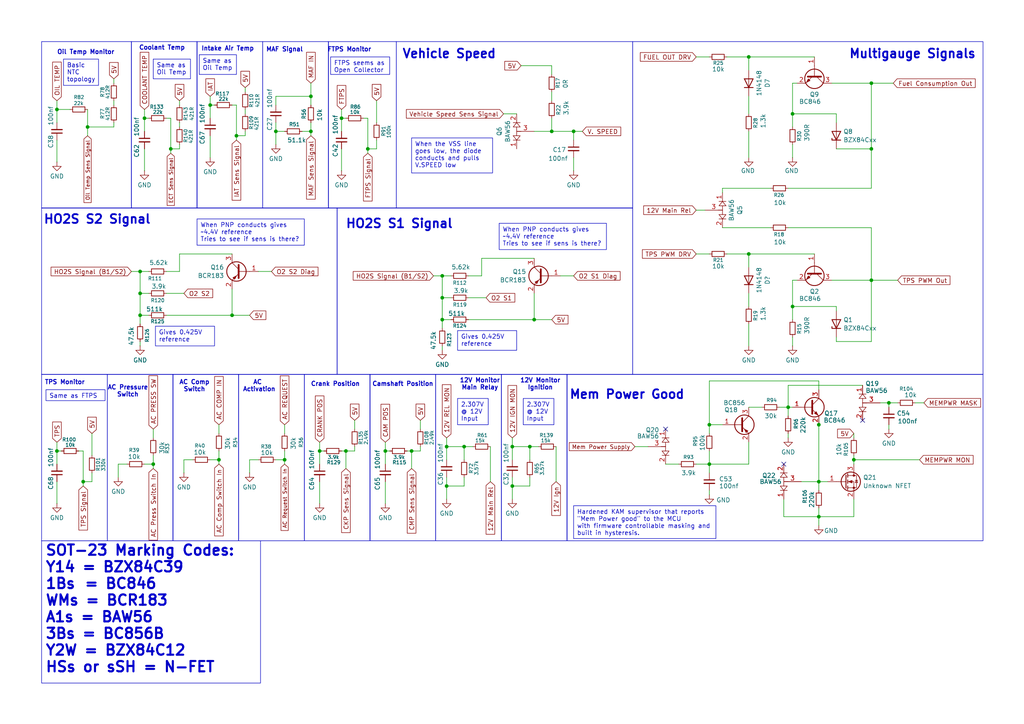
<source format=kicad_sch>
(kicad_sch (version 20250114) (generator "eeschema") (generator_version "9.0")
  (paper "A4")
  (title_block (title "SMIK43 5WY19 Rev. Eng") (date "2025-10-28") (rev "1.0"))
  (lib_symbols
    (symbol "Device:C_Small" (pin_numbers (hide yes)) (pin_names (offset 0.254) (hide yes))
      (property "Reference" "C" (at 0.254 1.778 0))
      (property "Value" "C_Small" (at 0.254 -2.032 0))
      (symbol "C_Small_1_1"
        (pin passive line (at 0 2.54 270) (length 2.032) (name "~") (number "1"))
        (pin passive line (at 0 -2.54 90) (length 2.032) (name "~") (number "2"))
      )
    )
    (symbol "Device:R_Small" (pin_numbers (hide yes)) (pin_names (offset 0.254) (hide yes))
      (property "Reference" "R" (at 0 0 90))
      (property "Value" "R_Small" (at 1.778 0 90))
      (symbol "R_Small_1_1"
        (pin passive line (at 0 2.54 270) (length 0.762) (name "~") (number "1"))
        (pin passive line (at 0 -2.54 90) (length 0.762) (name "~") (number "2"))
      )
    )
    (symbol "Diode:1N4148" (pin_numbers (hide yes)) (pin_names (hide yes))
      (property "Reference" "D" (at 0 2.54 0))
      (property "Value" "1N4148" (at 0 -2.54 0))
      (symbol "1N4148_1_1"
        (pin passive line (at -3.81 0 0) (length 2.54) (name "K") (number "1"))
        (pin passive line (at 3.81 0 180) (length 2.54) (name "A") (number "2"))
      )
    )
    (symbol "Diode:BZX84Cxx" (pin_numbers (hide yes)) (pin_names (hide yes))
      (property "Reference" "D" (at 0 3.81 0))
      (property "Value" "BZX84Cxx" (at 0 -3.81 0))
      (symbol "BZX84Cxx_1_1"
        (pin passive line (at -3.81 0 0) (length 2.54) (name "K") (number "3"))
        (pin no_connect line (at 1.27 0 180) (length 2.54) (hide yes) (name "NC") (number "2"))
        (pin passive line (at 3.81 0 180) (length 2.54) (name "A") (number "1"))
      )
    )
    (symbol "SIMK43:BAW56"
      (property "Reference" "D" (at 4.318 -2.286 0))
      (symbol "BAW56_1_1"
        (pin bidirectional line (at -3.81 0 0) (length 5.08) (name "") (number "3"))
        (pin bidirectional line (at 1.27 5.08 270) (length 2.54) (name "") (number "2"))
        (pin bidirectional line (at 1.27 -5.08 90) (length 2.54) (name "") (number "1"))
      )
    )
    (symbol "Transistor_BJT:BC807" (pin_names (offset 0) (hide yes))
      (property "Reference" "Q" (at 5.08 1.905 0))
      (property "Value" "BC807" (at 5.08 0 0))
      (symbol "BC807_1_1"
        (pin input line (at -5.08 0 0) (length 2.54) (name "B") (number "1"))
        (pin passive line (at 2.54 5.08 270) (length 2.54) (name "C") (number "3"))
        (pin passive line (at 2.54 -5.08 90) (length 2.54) (name "E") (number "2"))
      )
    )
    (symbol "Transistor_BJT:BC846" (pin_names (offset 0) (hide yes))
      (property "Reference" "Q" (at 5.08 1.905 0))
      (property "Value" "BC846" (at 5.08 0 0))
      (symbol "BC846_1_1"
        (pin input line (at -5.08 0 0) (length 2.54) (name "B") (number "1"))
        (pin passive line (at 2.54 5.08 270) (length 2.54) (name "C") (number "3"))
        (pin passive line (at 2.54 -5.08 90) (length 2.54) (name "E") (number "2"))
      )
    )
    (symbol "Transistor_BJT:BC856" (pin_names (offset 0) (hide yes))
      (property "Reference" "Q" (at 5.08 1.905 0))
      (property "Value" "BC856" (at 5.08 0 0))
      (symbol "BC856_1_1"
        (pin input line (at -5.08 0 0) (length 2.54) (name "B") (number "1"))
        (pin passive line (at 2.54 5.08 270) (length 2.54) (name "C") (number "3"))
        (pin passive line (at 2.54 -5.08 90) (length 2.54) (name "E") (number "2"))
      )
    )
    (symbol "Transistor_FET:2N7002" (pin_names (offset 0) (hide yes))
      (property "Reference" "Q" (at 5.08 1.905 0))
      (property "Value" "2N7002" (at 5.08 0 0))
      (symbol "2N7002_1_1"
        (pin input line (at -5.08 0 0) (length 2.54) (name "G") (number "1"))
        (pin passive line (at 2.54 5.08 270) (length 2.54) (name "D") (number "3"))
        (pin passive line (at 2.54 -5.08 90) (length 2.54) (name "S") (number "2"))
      )
    )
    (symbol "power:GND" (power) (pin_numbers (hide yes)) (pin_names (offset 0) (hide yes))
      (property "Value" "GND" (at 0 -3.81 0))
      (symbol "GND_1_1"
        (pin power_in line (at 0 0 270) (length 0) (name "~") (number "1"))
      )
    )
  )
  (rectangle (start 88.265 108.585) (end 107.315 156.845))
  (rectangle (start 114.935 12.065) (end 183.515 60.325))
  (rectangle (start 12.065 60.325) (end 97.79 108.585))
  (rectangle (start 164.465 108.585) (end 285.115 156.845))
  (rectangle (start 38.1 12.065) (end 57.15 60.325))
  (rectangle (start 95.25 12.065) (end 114.935 60.325))
  (rectangle (start 57.15 12.065) (end 76.2 60.325))
  (rectangle (start 76.2 12.065) (end 95.25 60.325))
  (rectangle (start 50.165 108.585) (end 69.215 156.845))
  (rectangle (start 145.415 108.585) (end 164.465 156.845))
  (rectangle (start 97.79 60.325) (end 183.515 108.585))
  (rectangle (start 12.065 108.585) (end 31.115 156.845))
  (rectangle (start 107.315 108.585) (end 126.365 156.845))
  (rectangle (start 31.115 108.585) (end 50.165 156.845))
  (rectangle (start 126.365 108.585) (end 145.415 156.845))
  (rectangle (start 69.215 108.585) (end 88.265 156.845))
  (rectangle (start 183.515 12.065) (end 285.115 108.585))
  (rectangle (start 12.065 12.065) (end 38.1 60.325))
  (text "Multigauge Signals" (at 264.668 15.748 0) (effects (font (size 2.54 2.54) (thickness 0.508) (bold yes))))
  (text "12V Monitor\nMain Relay" (at 139.192 111.506 0) (effects (font (size 1.27 1.27) (thickness 0.254) (bold yes))))
  (text "Crank Position" (at 97.282 111.506 0) (effects (font (size 1.27 1.27) (thickness 0.254) (bold yes))))
  (text "Mem Power Good" (at 181.864 114.554 0) (effects (font (size 2.54 2.54) (thickness 0.508) (bold yes))))
  (text "12V Monitor\nIgnition" (at 156.718 111.506 0) (effects (font (size 1.27 1.27) (thickness 0.254) (bold yes))))
  (text "TPS Monitor" (at 18.796 110.998 0) (effects (font (size 1.27 1.27) (thickness 0.254) (bold yes))))
  (text "FTPS Monitor" (at 101.346 14.478 0) (effects (font (size 1.27 1.27) (thickness 0.254) (bold yes))))
  (text "Coolant Temp" (at 46.99 13.97 0) (effects (font (size 1.27 1.27) (thickness 0.254) (bold yes))))
  (text "AC Comp\nSwitch" (at 56.388 112.014 0) (effects (font (size 1.27 1.27) (thickness 0.254) (bold yes))))
  (text "AC \nActivation" (at 75.184 112.014 0) (effects (font (size 1.27 1.27) (thickness 0.254) (bold yes))))
  (text "Camshaft Position" (at 116.84 111.506 0) (effects (font (size 1.27 1.27) (thickness 0.254) (bold yes))))
  (text "Vehicle Speed" (at 130.302 15.748 0) (effects (font (size 2.54 2.54) (thickness 0.508) (bold yes))))
  (text "Oil Temp Monitor" (at 24.892 15.24 0) (effects (font (size 1.27 1.27) (thickness 0.254) (bold yes))))
  (text "Intake Air Temp\n" (at 66.04 14.224 0) (effects (font (size 1.27 1.27) (thickness 0.254) (bold yes))))
  (text "AC Pressure\nSwitch" (at 37.084 113.538 0) (effects (font (size 1.27 1.27) (thickness 0.254) (bold yes))))
  (text "HO2S S1 Signal" (at 115.824 65.024 0) (effects (font (size 2.54 2.54) (thickness 0.508) (bold yes))))
  (text "HO2S S2 Signal" (at 28.194 63.754 0) (effects (font (size 2.54 2.54) (thickness 0.508) (bold yes))))
  (text "MAF Signal" (at 82.55 14.478 0) (effects (font (size 1.27 1.27) (thickness 0.254) (bold yes))))
  (text_box "SOT-23 Marking Codes:\nY14 = BZX84C39\n1Bs	= BC846\nWMs = BCR183\nA1s = BAW56\n3Bs = BC856B\nY2W = BZX84C12\nHSs or sSH = N-FET" (at 12.065 156.845 0) (size 63.5 41.275) (margins 0.9525 0.9525 0.9525 0.9525) (effects (font (size 3 3) (thickness 0.6) (bold yes)) (justify left top)))
  (text_box "When PNP conducts gives ~4.4V reference\nTries to see if sens is there?" (at 57.15 63.5 0) (size 31.115 7.62) (margins 0.9525 0.9525 0.9525 0.9525) (effects (font (size 1.27 1.27)) (justify left top)))
  (text_box "Same as FTPS" (at 13.335 113.03 0) (size 17.145 3.175) (margins 0.9525 0.9525 0.9525 0.9525) (effects (font (size 1.27 1.27)) (justify left top)))
  (text_box "Gives 0.425V reference" (at 45.085 94.615 0) (size 17.145 5.715) (margins 0.9525 0.9525 0.9525 0.9525) (effects (font (size 1.27 1.27)) (justify left top)))
  (text_box "2.307V @ 12V Input" (at 132.715 115.57 0) (size 8.89 7.62) (margins 0.9525 0.9525 0.9525 0.9525) (effects (font (size 1.27 1.27)) (justify left top)))
  (text_box "Hardened KAM supervisor that reports \"Mem Power good\" to the MCU \nwith firmware controllable masking and built in hysteresis." (at 166.37 146.685 0) (size 41.275 9.525) (margins 0.9525 0.9525 0.9525 0.9525) (effects (font (size 1.27 1.27)) (justify left top)))
  (text_box "Same as\nOil Temp" (at 44.45 17.145 0) (size 10.795 5.715) (margins 0.9525 0.9525 0.9525 0.9525) (effects (font (size 1.27 1.27) (thickness 0.1588)) (justify left top)))
  (text_box "FTPS seems as  Open Collector" (at 95.885 16.51 0) (size 17.145 5.08) (margins 0.9525 0.9525 0.9525 0.9525) (effects (font (size 1.27 1.27)) (justify left top)))
  (text_box "Same as\nOil Temp" (at 57.785 15.875 0) (size 10.795 5.715) (margins 0.9525 0.9525 0.9525 0.9525) (effects (font (size 1.27 1.27) (thickness 0.1588)) (justify left top)))
  (text_box "2.307V @ 12V Input" (at 151.765 115.57 0) (size 8.89 7.62) (margins 0.9525 0.9525 0.9525 0.9525) (effects (font (size 1.27 1.27)) (justify left top)))
  (text_box "Gives 0.425V reference" (at 132.715 95.885 0) (size 17.145 5.715) (margins 0.9525 0.9525 0.9525 0.9525) (effects (font (size 1.27 1.27)) (justify left top)))
  (text_box "When the VSS line goes low, the diode conducts and pulls V.SPEED low" (at 119.38 40.005 0) (size 23.495 10.16) (margins 0.9525 0.9525 0.9525 0.9525) (effects (font (size 1.27 1.27)) (justify left top)))
  (text_box "When PNP conducts gives ~4.4V reference\nTries to see if sens is there?" (at 144.78 64.77 0) (size 31.115 7.62) (margins 0.9525 0.9525 0.9525 0.9525) (effects (font (size 1.27 1.27)) (justify left top)))
  (text_box "Basic NTC\ntopology" (at 18.415 17.145 0) (size 10.16 7.62) (margins 0.9525 0.9525 0.9525 0.9525) (effects (font (size 1.27 1.27) (thickness 0.1588)) (justify left top)))
  (junction (at 237.49 123.19))
  (junction (at 153.67 129.54))
  (junction (at 128.27 86.36))
  (junction (at 82.55 133.35))
  (junction (at 160.02 38.1))
  (junction (at 237.49 139.7))
  (junction (at 252.73 81.28))
  (junction (at 129.54 140.97))
  (junction (at 119.38 130.81))
  (junction (at 60.96 30.48))
  (junction (at 40.64 85.09))
  (junction (at 217.17 73.66))
  (junction (at 257.81 116.84))
  (junction (at 148.59 129.54))
  (junction (at 252.73 43.18))
  (junction (at 68.58 39.37))
  (junction (at 229.87 88.9))
  (junction (at 80.01 38.1))
  (junction (at 16.51 130.81))
  (junction (at 92.71 130.81))
  (junction (at 247.65 133.35))
  (junction (at 99.06 34.29))
  (junction (at 217.17 16.51))
  (junction (at 41.91 34.29))
  (junction (at 111.76 130.81))
  (junction (at 90.17 38.1))
  (junction (at 16.51 31.75))
  (junction (at 166.37 38.1))
  (junction (at 205.74 134.62))
  (junction (at 237.49 149.86))
  (junction (at 229.87 33.02))
  (junction (at 24.13 139.7))
  (junction (at 128.27 80.01))
  (junction (at 148.59 140.97))
  (junction (at 40.64 91.44))
  (junction (at 25.4 36.83))
  (junction (at 134.62 129.54))
  (junction (at 63.5 133.35))
  (junction (at 40.64 78.74))
  (junction (at 106.68 43.18))
  (junction (at 100.33 130.81))
  (junction (at 90.17 27.94))
  (junction (at 228.6 118.11))
  (junction (at 128.27 92.71))
  (junction (at 44.45 134.62))
  (junction (at 205.74 123.19))
  (junction (at 49.53 43.18))
  (junction (at 154.94 92.71))
  (junction (at 252.73 24.13))
  (junction (at 67.31 91.44))
  (junction (at 129.54 129.54))
  (no_connect (at 227.33 134.62))
  (no_connect (at 193.04 124.46))
  (no_connect (at 250.19 121.92))
  (wire (pts (xy 111.76 130.81) (xy 111.76 134.62)))
  (wire (pts (xy 228.6 66.04) (xy 252.73 66.04)))
  (wire (pts (xy 105.41 34.29) (xy 106.68 34.29)))
  (wire (pts (xy 26.67 125.73) (xy 26.67 132.08)))
  (wire (pts (xy 153.67 129.54) (xy 153.67 133.35)))
  (wire (pts (xy 160.02 34.29) (xy 160.02 38.1)))
  (wire (pts (xy 135.89 80.01) (xy 139.7 80.01)))
  (wire (pts (xy 92.71 139.7) (xy 92.71 146.05)))
  (wire (pts (xy 151.13 19.05) (xy 160.02 19.05)))
  (wire (pts (xy 49.53 43.18) (xy 49.53 44.45)))
  (wire (pts (xy 22.86 130.81) (xy 24.13 130.81)))
  (wire (pts (xy 41.91 43.18) (xy 41.91 49.53)))
  (wire (pts (xy 99.06 130.81) (xy 100.33 130.81)))
  (wire (pts (xy 63.5 130.81) (xy 63.5 133.35)))
  (wire (pts (xy 242.57 33.02) (xy 242.57 35.56)))
  (wire (pts (xy 237.49 139.7) (xy 237.49 142.24)))
  (wire (pts (xy 60.96 39.37) (xy 60.96 45.72)))
  (wire (pts (xy 237.49 149.86) (xy 227.33 149.86)))
  (wire (pts (xy 82.55 123.19) (xy 82.55 125.73)))
  (wire (pts (xy 100.33 130.81) (xy 100.33 135.89)))
  (wire (pts (xy 129.54 127) (xy 129.54 129.54)))
  (wire (pts (xy 44.45 124.46) (xy 44.45 127)))
  (wire (pts (xy 80.01 38.1) (xy 82.55 38.1)))
  (wire (pts (xy 205.74 125.73) (xy 205.74 123.19)))
  (wire (pts (xy 48.26 78.74) (xy 52.07 78.74)))
  (wire (pts (xy 34.29 134.62) (xy 36.83 134.62)))
  (wire (pts (xy 247.65 149.86) (xy 237.49 149.86)))
  (wire (pts (xy 128.27 86.36) (xy 128.27 92.71)))
  (wire (pts (xy 24.13 130.81) (xy 24.13 139.7)))
  (wire (pts (xy 217.17 93.98) (xy 217.17 100.33)))
  (wire (pts (xy 217.17 16.51) (xy 236.22 16.51)))
  (wire (pts (xy 184.15 129.54) (xy 187.96 129.54)))
  (wire (pts (xy 134.62 129.54) (xy 134.62 133.35)))
  (wire (pts (xy 72.39 133.35) (xy 72.39 137.16)))
  (wire (pts (xy 102.87 121.92) (xy 102.87 124.46)))
  (wire (pts (xy 90.17 27.94) (xy 90.17 30.48)))
  (wire (pts (xy 74.93 78.74) (xy 78.74 78.74)))
  (wire (pts (xy 193.04 134.62) (xy 196.85 134.62)))
  (wire (pts (xy 106.68 34.29) (xy 106.68 43.18)))
  (wire (pts (xy 52.07 43.18) (xy 49.53 43.18)))
  (wire (pts (xy 247.65 133.35) (xy 266.7 133.35)))
  (wire (pts (xy 241.3 81.28) (xy 252.73 81.28)))
  (wire (pts (xy 229.87 88.9) (xy 242.57 88.9)))
  (wire (pts (xy 130.81 80.01) (xy 128.27 80.01)))
  (wire (pts (xy 121.92 121.92) (xy 121.92 124.46)))
  (wire (pts (xy 33.02 29.21) (xy 33.02 30.48)))
  (wire (pts (xy 41.91 31.75) (xy 41.91 34.29)))
  (wire (pts (xy 40.64 85.09) (xy 43.18 85.09)))
  (wire (pts (xy 111.76 128.27) (xy 111.76 130.81)))
  (wire (pts (xy 92.71 130.81) (xy 92.71 134.62)))
  (wire (pts (xy 82.55 133.35) (xy 82.55 134.62)))
  (wire (pts (xy 16.51 31.75) (xy 20.32 31.75)))
  (wire (pts (xy 40.64 78.74) (xy 40.64 85.09)))
  (wire (pts (xy 153.67 129.54) (xy 148.59 129.54)))
  (wire (pts (xy 71.12 25.4) (xy 71.12 26.67)))
  (wire (pts (xy 217.17 134.62) (xy 205.74 134.62)))
  (wire (pts (xy 237.49 123.19) (xy 237.49 139.7)))
  (wire (pts (xy 217.17 16.51) (xy 217.17 20.32)))
  (wire (pts (xy 111.76 139.7) (xy 111.76 146.05)))
  (wire (pts (xy 231.14 81.28) (xy 229.87 81.28)))
  (wire (pts (xy 201.93 134.62) (xy 205.74 134.62)))
  (wire (pts (xy 128.27 92.71) (xy 128.27 95.25)))
  (wire (pts (xy 128.27 86.36) (xy 130.81 86.36)))
  (wire (pts (xy 252.73 66.04) (xy 252.73 81.28)))
  (wire (pts (xy 229.87 24.13) (xy 229.87 33.02)))
  (wire (pts (xy 40.64 99.06) (xy 40.64 100.33)))
  (wire (pts (xy 223.52 54.61) (xy 209.55 54.61)))
  (wire (pts (xy 205.74 142.24) (xy 205.74 143.51)))
  (wire (pts (xy 149.86 33.02) (xy 146.05 33.02)))
  (wire (pts (xy 71.12 39.37) (xy 68.58 39.37)))
  (wire (pts (xy 16.51 128.27) (xy 16.51 130.81)))
  (wire (pts (xy 242.57 99.06) (xy 252.73 99.06)))
  (wire (pts (xy 111.76 130.81) (xy 113.03 130.81)))
  (wire (pts (xy 166.37 38.1) (xy 168.91 38.1)))
  (wire (pts (xy 247.65 133.35) (xy 247.65 134.62)))
  (wire (pts (xy 201.93 73.66) (xy 205.74 73.66)))
  (wire (pts (xy 49.53 34.29) (xy 49.53 43.18)))
  (wire (pts (xy 229.87 33.02) (xy 229.87 36.83)))
  (wire (pts (xy 242.57 88.9) (xy 242.57 90.17)))
  (wire (pts (xy 41.91 34.29) (xy 41.91 38.1)))
  (wire (pts (xy 252.73 24.13) (xy 252.73 43.18)))
  (wire (pts (xy 220.98 118.11) (xy 217.17 118.11)))
  (wire (pts (xy 257.81 116.84) (xy 260.35 116.84)))
  (wire (pts (xy 52.07 73.66) (xy 67.31 73.66)))
  (wire (pts (xy 82.55 130.81) (xy 82.55 133.35)))
  (wire (pts (xy 217.17 27.94) (xy 217.17 33.02)))
  (wire (pts (xy 265.43 116.84) (xy 267.97 116.84)))
  (wire (pts (xy 205.74 137.16) (xy 205.74 134.62)))
  (wire (pts (xy 237.49 147.32) (xy 237.49 149.86)))
  (wire (pts (xy 80.01 27.94) (xy 80.01 30.48)))
  (wire (pts (xy 38.1 78.74) (xy 40.64 78.74)))
  (wire (pts (xy 67.31 91.44) (xy 72.39 91.44)))
  (wire (pts (xy 223.52 66.04) (xy 209.55 66.04)))
  (wire (pts (xy 160.02 38.1) (xy 166.37 38.1)))
  (wire (pts (xy 242.57 99.06) (xy 242.57 97.79)))
  (wire (pts (xy 121.92 130.81) (xy 119.38 130.81)))
  (wire (pts (xy 90.17 27.94) (xy 80.01 27.94)))
  (wire (pts (xy 109.22 40.64) (xy 109.22 43.18)))
  (wire (pts (xy 229.87 97.79) (xy 229.87 100.33)))
  (wire (pts (xy 139.7 74.93) (xy 154.94 74.93)))
  (wire (pts (xy 92.71 128.27) (xy 92.71 130.81)))
  (wire (pts (xy 153.67 140.97) (xy 153.67 138.43)))
  (wire (pts (xy 25.4 36.83) (xy 25.4 31.75)))
  (wire (pts (xy 247.65 125.73) (xy 247.65 127)))
  (wire (pts (xy 229.87 88.9) (xy 229.87 92.71)))
  (wire (pts (xy 210.82 73.66) (xy 217.17 73.66)))
  (wire (pts (xy 247.65 144.78) (xy 247.65 149.86)))
  (wire (pts (xy 166.37 38.1) (xy 166.37 40.64)))
  (wire (pts (xy 201.93 16.51) (xy 205.74 16.51)))
  (wire (pts (xy 52.07 35.56) (xy 52.07 36.83)))
  (wire (pts (xy 255.27 116.84) (xy 257.81 116.84)))
  (wire (pts (xy 80.01 35.56) (xy 80.01 38.1)))
  (wire (pts (xy 48.26 91.44) (xy 67.31 91.44)))
  (wire (pts (xy 242.57 43.18) (xy 252.73 43.18)))
  (wire (pts (xy 71.12 31.75) (xy 71.12 33.02)))
  (wire (pts (xy 102.87 130.81) (xy 100.33 130.81)))
  (wire (pts (xy 227.33 149.86) (xy 227.33 144.78)))
  (wire (pts (xy 247.65 132.08) (xy 247.65 133.35)))
  (wire (pts (xy 257.81 116.84) (xy 257.81 118.11)))
  (wire (pts (xy 41.91 34.29) (xy 43.18 34.29)))
  (wire (pts (xy 44.45 132.08) (xy 44.45 134.62)))
  (wire (pts (xy 63.5 123.19) (xy 63.5 125.73)))
  (wire (pts (xy 90.17 35.56) (xy 90.17 38.1)))
  (wire (pts (xy 205.74 110.49) (xy 205.74 123.19)))
  (wire (pts (xy 237.49 113.03) (xy 237.49 110.49)))
  (wire (pts (xy 134.62 129.54) (xy 137.16 129.54)))
  (wire (pts (xy 99.06 43.18) (xy 99.06 49.53)))
  (wire (pts (xy 99.06 31.75) (xy 99.06 34.29)))
  (wire (pts (xy 205.74 130.81) (xy 205.74 134.62)))
  (wire (pts (xy 240.03 139.7) (xy 237.49 139.7)))
  (wire (pts (xy 148.59 127) (xy 148.59 129.54)))
  (wire (pts (xy 26.67 137.16) (xy 26.67 139.7)))
  (wire (pts (xy 99.06 34.29) (xy 99.06 38.1)))
  (wire (pts (xy 250.19 111.76) (xy 228.6 111.76)))
  (wire (pts (xy 142.24 139.7) (xy 142.24 129.54)))
  (wire (pts (xy 217.17 73.66) (xy 217.17 77.47)))
  (wire (pts (xy 154.94 92.71) (xy 160.02 92.71)))
  (wire (pts (xy 210.82 16.51) (xy 217.17 16.51)))
  (wire (pts (xy 67.31 83.82) (xy 67.31 91.44)))
  (wire (pts (xy 229.87 33.02) (xy 242.57 33.02)))
  (wire (pts (xy 53.34 133.35) (xy 53.34 137.16)))
  (wire (pts (xy 252.73 54.61) (xy 252.73 43.18)))
  (wire (pts (xy 68.58 30.48) (xy 68.58 39.37)))
  (wire (pts (xy 166.37 45.72) (xy 166.37 49.53)))
  (wire (pts (xy 67.31 30.48) (xy 68.58 30.48)))
  (wire (pts (xy 228.6 118.11) (xy 228.6 120.65)))
  (wire (pts (xy 33.02 22.86) (xy 33.02 24.13)))
  (wire (pts (xy 205.74 110.49) (xy 237.49 110.49)))
  (wire (pts (xy 121.92 129.54) (xy 121.92 130.81)))
  (wire (pts (xy 148.59 140.97) (xy 153.67 140.97)))
  (wire (pts (xy 160.02 26.67) (xy 160.02 29.21)))
  (wire (pts (xy 205.74 123.19) (xy 209.55 123.19)))
  (wire (pts (xy 252.73 24.13) (xy 259.08 24.13)))
  (wire (pts (xy 228.6 111.76) (xy 228.6 118.11)))
  (wire (pts (xy 153.67 129.54) (xy 156.21 129.54)))
  (wire (pts (xy 16.51 31.75) (xy 16.51 35.56)))
  (wire (pts (xy 128.27 100.33) (xy 128.27 101.6)))
  (wire (pts (xy 102.87 129.54) (xy 102.87 130.81)))
  (wire (pts (xy 90.17 24.13) (xy 90.17 27.94)))
  (wire (pts (xy 161.29 139.7) (xy 161.29 129.54)))
  (wire (pts (xy 68.58 39.37) (xy 68.58 40.64)))
  (wire (pts (xy 71.12 38.1) (xy 71.12 39.37)))
  (wire (pts (xy 48.26 34.29) (xy 49.53 34.29)))
  (wire (pts (xy 16.51 29.21) (xy 16.51 31.75)))
  (wire (pts (xy 16.51 130.81) (xy 17.78 130.81)))
  (wire (pts (xy 44.45 134.62) (xy 44.45 135.89)))
  (wire (pts (xy 25.4 36.83) (xy 25.4 39.37)))
  (wire (pts (xy 148.59 140.97) (xy 148.59 144.78)))
  (wire (pts (xy 119.38 130.81) (xy 119.38 135.89)))
  (wire (pts (xy 154.94 85.09) (xy 154.94 92.71)))
  (wire (pts (xy 34.29 134.62) (xy 34.29 138.43)))
  (wire (pts (xy 60.96 30.48) (xy 60.96 34.29)))
  (wire (pts (xy 257.81 123.19) (xy 257.81 124.46)))
  (wire (pts (xy 99.06 34.29) (xy 100.33 34.29)))
  (wire (pts (xy 232.41 139.7) (xy 237.49 139.7)))
  (wire (pts (xy 16.51 139.7) (xy 16.51 146.05)))
  (wire (pts (xy 217.17 85.09) (xy 217.17 88.9)))
  (wire (pts (xy 52.07 29.21) (xy 52.07 30.48)))
  (wire (pts (xy 228.6 125.73) (xy 228.6 127)))
  (wire (pts (xy 228.6 54.61) (xy 252.73 54.61)))
  (wire (pts (xy 48.26 85.09) (xy 53.34 85.09)))
  (wire (pts (xy 154.94 38.1) (xy 160.02 38.1)))
  (wire (pts (xy 129.54 140.97) (xy 134.62 140.97)))
  (wire (pts (xy 160.02 21.59) (xy 160.02 19.05)))
  (wire (pts (xy 129.54 129.54) (xy 129.54 133.35)))
  (wire (pts (xy 26.67 139.7) (xy 24.13 139.7)))
  (wire (pts (xy 52.07 78.74) (xy 52.07 73.66)))
  (wire (pts (xy 40.64 85.09) (xy 40.64 91.44)))
  (wire (pts (xy 162.56 80.01) (xy 166.37 80.01)))
  (wire (pts (xy 106.68 43.18) (xy 106.68 44.45)))
  (wire (pts (xy 44.45 134.62) (xy 41.91 134.62)))
  (wire (pts (xy 40.64 91.44) (xy 43.18 91.44)))
  (wire (pts (xy 129.54 140.97) (xy 129.54 144.78)))
  (wire (pts (xy 118.11 130.81) (xy 119.38 130.81)))
  (wire (pts (xy 135.89 92.71) (xy 154.94 92.71)))
  (wire (pts (xy 209.55 54.61) (xy 209.55 55.88)))
  (wire (pts (xy 80.01 38.1) (xy 80.01 41.91)))
  (wire (pts (xy 217.17 128.27) (xy 217.17 134.62)))
  (wire (pts (xy 135.89 86.36) (xy 140.97 86.36)))
  (wire (pts (xy 60.96 27.94) (xy 60.96 30.48)))
  (wire (pts (xy 63.5 133.35) (xy 60.96 133.35)))
  (wire (pts (xy 52.07 41.91) (xy 52.07 43.18)))
  (wire (pts (xy 125.73 80.01) (xy 128.27 80.01)))
  (wire (pts (xy 217.17 73.66) (xy 236.22 73.66)))
  (wire (pts (xy 33.02 36.83) (xy 33.02 35.56)))
  (wire (pts (xy 134.62 129.54) (xy 129.54 129.54)))
  (wire (pts (xy 53.34 133.35) (xy 55.88 133.35)))
  (wire (pts (xy 237.49 149.86) (xy 237.49 152.4)))
  (wire (pts (xy 82.55 133.35) (xy 80.01 133.35)))
  (wire (pts (xy 237.49 121.92) (xy 237.49 123.19)))
  (wire (pts (xy 148.59 129.54) (xy 148.59 133.35)))
  (wire (pts (xy 134.62 140.97) (xy 134.62 138.43)))
  (wire (pts (xy 231.14 24.13) (xy 229.87 24.13)))
  (wire (pts (xy 90.17 38.1) (xy 90.17 39.37)))
  (wire (pts (xy 129.54 138.43) (xy 129.54 140.97)))
  (wire (pts (xy 128.27 92.71) (xy 130.81 92.71)))
  (wire (pts (xy 229.87 41.91) (xy 229.87 45.72)))
  (wire (pts (xy 16.51 130.81) (xy 16.51 134.62)))
  (wire (pts (xy 25.4 36.83) (xy 33.02 36.83)))
  (wire (pts (xy 90.17 38.1) (xy 87.63 38.1)))
  (wire (pts (xy 40.64 91.44) (xy 40.64 93.98)))
  (wire (pts (xy 229.87 81.28) (xy 229.87 88.9)))
  (wire (pts (xy 109.22 43.18) (xy 106.68 43.18)))
  (wire (pts (xy 43.18 78.74) (xy 40.64 78.74)))
  (wire (pts (xy 148.59 138.43) (xy 148.59 140.97)))
  (wire (pts (xy 63.5 133.35) (xy 63.5 134.62)))
  (wire (pts (xy 201.93 60.96) (xy 204.47 60.96)))
  (wire (pts (xy 139.7 80.01) (xy 139.7 74.93)))
  (wire (pts (xy 252.73 99.06) (xy 252.73 81.28)))
  (wire (pts (xy 60.96 30.48) (xy 62.23 30.48)))
  (wire (pts (xy 128.27 80.01) (xy 128.27 86.36)))
  (wire (pts (xy 228.6 118.11) (xy 229.87 118.11)))
  (wire (pts (xy 72.39 133.35) (xy 74.93 133.35)))
  (wire (pts (xy 241.3 24.13) (xy 252.73 24.13)))
  (wire (pts (xy 92.71 130.81) (xy 93.98 130.81)))
  (wire (pts (xy 16.51 40.64) (xy 16.51 46.99)))
  (wire (pts (xy 109.22 29.21) (xy 109.22 35.56)))
  (wire (pts (xy 217.17 38.1) (xy 217.17 45.72)))
  (wire (pts (xy 226.06 118.11) (xy 228.6 118.11)))
  (wire (pts (xy 252.73 81.28) (xy 260.35 81.28)))
  (wire (pts (xy 24.13 139.7) (xy 24.13 140.97)))
  (global_label "Mem Power Supply" (shape input) (at 184.15 129.54 180) (effects (font (size 1.18 1.18))) (property "Intersheetrefs" "${INTERSHEET_REFS}" (effects (hide yes))))
  (global_label "5V" (shape input) (at 71.12 25.4 90) (effects (font (thickness 0.1588))) (property "Intersheetrefs" "${INTERSHEET_REFS}" (effects (hide yes))))
  (global_label "AC Comp Switch In" (shape input) (at 63.5 134.62 270) (property "Intersheetrefs" "${INTERSHEET_REFS}" (effects (hide yes))))
  (global_label "5V" (shape input) (at 102.87 121.92 90) (effects (font (thickness 0.1588))) (property "Intersheetrefs" "${INTERSHEET_REFS}" (effects (hide yes))))
  (global_label "5V" (shape input) (at 151.13 19.05 180) (property "Intersheetrefs" "${INTERSHEET_REFS}" (effects (hide yes))))
  (global_label "O2 S2 Diag" (shape input) (at 78.74 78.74 0) (property "Intersheetrefs" "${INTERSHEET_REFS}" (effects (hide yes))))
  (global_label "TPS PWM DRV" (shape input) (at 201.93 73.66 180) (property "Intersheetrefs" "${INTERSHEET_REFS}" (effects (hide yes))))
  (global_label "O2 S2" (shape input) (at 53.34 85.09 0) (property "Intersheetrefs" "${INTERSHEET_REFS}" (effects (hide yes))))
  (global_label "MEMPWR MASK" (shape input) (at 267.97 116.84 0) (property "Intersheetrefs" "${INTERSHEET_REFS}" (effects (hide yes))))
  (global_label "IAT" (shape input) (at 60.96 27.94 90) (property "Intersheetrefs" "${INTERSHEET_REFS}" (effects (hide yes))))
  (global_label "AC REQUEST" (shape input) (at 82.55 123.19 90) (property "Intersheetrefs" "${INTERSHEET_REFS}" (effects (hide yes))))
  (global_label "COOLANT TEMP" (shape input) (at 41.91 31.75 90) (property "Intersheetrefs" "${INTERSHEET_REFS}" (effects (hide yes))))
  (global_label "CKP Sens Signal" (shape input) (at 100.33 135.89 270) (property "Intersheetrefs" "${INTERSHEET_REFS}" (effects (hide yes))))
  (global_label "O2 S1" (shape input) (at 140.97 86.36 0) (property "Intersheetrefs" "${INTERSHEET_REFS}" (effects (hide yes))))
  (global_label "TPS Signal" (shape input) (at 24.13 140.97 270) (property "Intersheetrefs" "${INTERSHEET_REFS}" (effects (hide yes))))
  (global_label "5V" (shape input) (at 52.07 29.21 90) (effects (font (thickness 0.1588))) (property "Intersheetrefs" "${INTERSHEET_REFS}" (effects (hide yes))))
  (global_label "FTPS Signal" (shape input) (at 106.68 44.45 270) (property "Intersheetrefs" "${INTERSHEET_REFS}" (effects (hide yes))))
  (global_label "5V" (shape input) (at 160.02 92.71 0) (property "Intersheetrefs" "${INTERSHEET_REFS}" (effects (hide yes))))
  (global_label "5V" (shape input) (at 109.22 29.21 90) (effects (font (thickness 0.1588))) (property "Intersheetrefs" "${INTERSHEET_REFS}" (effects (hide yes))))
  (global_label "Oil Temp Sens Signal" (shape input) (at 25.4 39.37 270) (effects (font (size 1.06 1.06))) (property "Intersheetrefs" "${INTERSHEET_REFS}" (effects (hide yes))))
  (global_label "MAF IN" (shape input) (at 90.17 24.13 90) (property "Intersheetrefs" "${INTERSHEET_REFS}" (effects (hide yes))))
  (global_label "MAF Sens Signal" (shape input) (at 90.17 39.37 270) (property "Intersheetrefs" "${INTERSHEET_REFS}" (effects (hide yes))))
  (global_label "12V Ign" (shape input) (at 161.29 139.7 270) (property "Intersheetrefs" "${INTERSHEET_REFS}" (effects (hide yes))))
  (global_label "12V IGN MON" (shape input) (at 148.59 127 90) (property "Intersheetrefs" "${INTERSHEET_REFS}" (effects (hide yes))))
  (global_label "AC Request Switch In" (shape input) (at 82.55 134.62 270) (effects (font (size 1.06 1.06))) (property "Intersheetrefs" "${INTERSHEET_REFS}" (effects (hide yes))))
  (global_label "Fuel Consumption Out" (shape input) (at 259.08 24.13 0) (property "Intersheetrefs" "${INTERSHEET_REFS}" (effects (hide yes))))
  (global_label "FUEL OUT DRV" (shape input) (at 201.93 16.51 180) (property "Intersheetrefs" "${INTERSHEET_REFS}" (effects (hide yes))))
  (global_label "AC PRESS SW" (shape input) (at 44.45 124.46 90) (property "Intersheetrefs" "${INTERSHEET_REFS}" (effects (hide yes))))
  (global_label "V. SPEED" (shape input) (at 168.91 38.1 0) (property "Intersheetrefs" "${INTERSHEET_REFS}" (effects (hide yes))))
  (global_label "Vehicle Speed Sens Signal" (shape input) (at 146.05 33.02 180) (property "Intersheetrefs" "${INTERSHEET_REFS}" (effects (hide yes))))
  (global_label "FTPS" (shape input) (at 99.06 31.75 90) (property "Intersheetrefs" "${INTERSHEET_REFS}" (effects (hide yes))))
  (global_label "12V Main Rel" (shape input) (at 142.24 139.7 270) (property "Intersheetrefs" "${INTERSHEET_REFS}" (effects (hide yes))))
  (global_label "TPS PWM Out" (shape input) (at 260.35 81.28 0) (property "Intersheetrefs" "${INTERSHEET_REFS}" (effects (hide yes))))
  (global_label "5V" (shape input) (at 26.67 125.73 90) (effects (font (thickness 0.1588))) (property "Intersheetrefs" "${INTERSHEET_REFS}" (effects (hide yes))))
  (global_label "ECT Sens Signal" (shape input) (at 49.53 44.45 270) (effects (font (size 1.06 1.06))) (property "Intersheetrefs" "${INTERSHEET_REFS}" (effects (hide yes))))
  (global_label "12V REL MON" (shape input) (at 129.54 127 90) (property "Intersheetrefs" "${INTERSHEET_REFS}" (effects (hide yes))))
  (global_label "O2 S1 Diag" (shape input) (at 166.37 80.01 0) (property "Intersheetrefs" "${INTERSHEET_REFS}" (effects (hide yes))))
  (global_label "CAM POS" (shape input) (at 111.76 128.27 90) (property "Intersheetrefs" "${INTERSHEET_REFS}" (effects (hide yes))))
  (global_label "HO2S Signal (B1{slash}S2)" (shape input) (at 38.1 78.74 180) (property "Intersheetrefs" "${INTERSHEET_REFS}" (effects (hide yes))))
  (global_label "HO2S Signal (B1{slash}S2)" (shape input) (at 125.73 80.01 180) (property "Intersheetrefs" "${INTERSHEET_REFS}" (effects (hide yes))))
  (global_label "5V" (shape input) (at 121.92 121.92 90) (effects (font (thickness 0.1588))) (property "Intersheetrefs" "${INTERSHEET_REFS}" (effects (hide yes))))
  (global_label "5V" (shape input) (at 247.65 125.73 180) (property "Intersheetrefs" "${INTERSHEET_REFS}" (effects (hide yes))))
  (global_label "CRANK POS" (shape input) (at 92.71 128.27 90) (property "Intersheetrefs" "${INTERSHEET_REFS}" (effects (hide yes))))
  (global_label "TPS" (shape input) (at 16.51 128.27 90) (property "Intersheetrefs" "${INTERSHEET_REFS}" (effects (hide yes))))
  (global_label "5V" (shape input) (at 72.39 91.44 0) (property "Intersheetrefs" "${INTERSHEET_REFS}" (effects (hide yes))))
  (global_label "5V" (shape input) (at 33.02 22.86 90) (effects (font (thickness 0.1588))) (property "Intersheetrefs" "${INTERSHEET_REFS}" (effects (hide yes))))
  (global_label "AC COMP IN" (shape input) (at 63.5 123.19 90) (property "Intersheetrefs" "${INTERSHEET_REFS}" (effects (hide yes))))
  (global_label "MEMPWR MON" (shape input) (at 266.7 133.35 0) (property "Intersheetrefs" "${INTERSHEET_REFS}" (effects (hide yes))))
  (global_label "AC Press Switch In" (shape input) (at 44.45 135.89 270) (property "Intersheetrefs" "${INTERSHEET_REFS}" (effects (hide yes))))
  (global_label "OIL TEMP" (shape input) (at 16.51 29.21 90) (property "Intersheetrefs" "${INTERSHEET_REFS}" (effects (hide yes))))
  (global_label "12V Main Rel" (shape input) (at 201.93 60.96 180) (property "Intersheetrefs" "${INTERSHEET_REFS}" (effects (hide yes))))
  (global_label "IAT Sens Signal" (shape input) (at 68.58 40.64 270) (property "Intersheetrefs" "${INTERSHEET_REFS}" (effects (hide yes))))
  (global_label "CMP Sens Signal" (shape input) (at 119.38 135.89 270) (property "Intersheetrefs" "${INTERSHEET_REFS}" (effects (hide yes))))
  (symbol (lib_id "Transistor_BJT:BC856") (at 214.63 123.19 0) (unit 1)
    (property "Reference" "Q18" (at 210.058 118.872 0) (effects (justify left)))
    (property "Value" "BC856" (at 209.804 116.84 0) (effects (justify left)))
    (property "Footprint" "Package_TO_SOT_SMD:SOT-23" (effects (hide yes)))
    (property "Datasheet" "https://www.onsemi.com/pub/Collateral/BC860-D.pdf" (effects (hide yes)))
    (property "Description" "0.1A Ic, 65V Vce, PNP Transistor, SOT-23" (effects (hide yes)))
  )
  (symbol (lib_id "Device:R_Small") (at 64.77 30.48 90) (unit 1)
    (property "Reference" "R117" (at 66.548 27.178 90) (effects (font (size 1.016 1.016)) (justify left)))
    (property "Value" "22k" (at 66.294 28.702 90) (effects (font (size 1.016 1.016)) (justify left)))
    (property "Description" "Resistor, small symbol" (effects (hide yes)))
  )
  (symbol (lib_id "power:GND") (at 40.64 100.33 0) (unit 1)
    (property "Reference" "#PWR015" (effects (hide yes)))
    (property "Value" "GND" (at 40.64 104.4631 0))
    (property "Description" "Power symbol creates a global label with name \"GND\" , ground" (effects (hide yes)))
  )
  (symbol (lib_id "Device:R_Small") (at 90.17 33.02 0) (unit 1)
    (property "Reference" "R56" (at 88.138 31.496 90) (effects (font (size 1.016 1.016)) (justify right)))
    (property "Value" "10k" (at 92.71 31.496 90) (effects (justify right)))
    (property "Description" "Resistor, small symbol" (effects (hide yes)))
  )
  (symbol (lib_id "power:GND") (at 166.37 49.53 0) (unit 1)
    (property "Reference" "#PWR010" (effects (hide yes)))
    (property "Value" "GND" (at 166.37 53.6631 0))
    (property "Description" "Power symbol creates a global label with name \"GND\" , ground" (effects (hide yes)))
  )
  (symbol (lib_id "Device:R_Small") (at 102.87 34.29 90) (unit 1)
    (property "Reference" "R86" (at 104.648 30.988 90) (effects (font (size 1.016 1.016)) (justify left)))
    (property "Value" "10k" (at 104.394 32.512 90) (effects (font (size 1.016 1.016)) (justify left)))
    (property "Description" "Resistor, small symbol" (effects (hide yes)))
  )
  (symbol (lib_id "Device:R_Small") (at 229.87 95.25 0) (unit 1)
    (property "Reference" "R15" (at 231.8328 96.9264 90) (effects (font (size 1.016 1.016)) (justify left)))
    (property "Value" "390R" (at 234.0527 96.9264 90) (effects (justify left)))
    (property "Description" "Resistor, small symbol" (effects (hide yes)))
  )
  (symbol (lib_id "Device:R_Small") (at 158.75 129.54 90) (unit 1)
    (property "Reference" "R139" (at 160.528 126.238 90) (effects (font (size 1.016 1.016)) (justify left)))
    (property "Value" "15k" (at 159.766 127.762 90) (effects (font (size 1.016 1.016)) (justify left)))
    (property "Description" "Resistor, small symbol" (effects (hide yes)))
  )
  (symbol (lib_id "power:GND") (at 34.29 138.43 0) (unit 1)
    (property "Reference" "#PWR041" (effects (hide yes)))
    (property "Value" "GND" (at 34.29 142.5631 0))
    (property "Description" "Power symbol creates a global label with name \"GND\" , ground" (effects (hide yes)))
  )
  (symbol (lib_id "Device:R_Small") (at 153.67 135.89 180) (unit 1)
    (property "Reference" "R65" (at 155.702 137.414 90) (effects (font (size 1.016 1.016)) (justify right)))
    (property "Value" "3.57k" (at 157.226 137.922 90) (effects (font (size 1.016 1.016)) (justify right)))
    (property "Description" "Resistor, small symbol" (effects (hide yes)))
  )
  (symbol (lib_id "power:GND") (at 237.49 152.4 0) (unit 1)
    (property "Reference" "#PWR034" (effects (hide yes)))
    (property "Value" "GND" (at 241.046 153.924 0))
    (property "Description" "Power symbol creates a global label with name \"GND\" , ground" (effects (hide yes)))
  )
  (symbol (lib_id "Device:R_Small") (at 226.06 66.04 270) (unit 1)
    (property "Reference" "R18" (at 224.3836 68.0028 90) (effects (font (size 1.016 1.016)) (justify left)))
    (property "Value" "10k" (at 224.3836 70.2227 90) (effects (justify left)))
    (property "Description" "Resistor, small symbol" (effects (hide yes)))
  )
  (symbol (lib_id "Device:R_Small") (at 217.17 91.44 0) (unit 1)
    (property "Reference" "R19" (at 219.1328 93.1164 90) (effects (font (size 1.016 1.016)) (justify left)))
    (property "Value" "1.3k" (at 221.3527 93.1164 90) (effects (justify left)))
    (property "Description" "Resistor, small symbol" (effects (hide yes)))
  )
  (symbol (lib_id "Transistor_BJT:BC807") (at 157.48 80.01 0) (mirror y) (unit 1)
    (property "Reference" "Q15" (at 152.6286 78.7978 0) (effects (justify left)))
    (property "Value" "BCR183" (at 152.6286 81.2221 0) (effects (justify left)))
    (property "Footprint" "Package_TO_SOT_SMD:SOT-23" (effects (hide yes)))
    (property "Datasheet" "https://www.onsemi.com/pub/Collateral/BC808-D.pdf" (effects (hide yes)))
    (property "Description" "0.8A Ic, 45V Vce, PNP Transistor, SOT-23" (effects (hide yes)))
  )
  (symbol (lib_id "Device:R_Small") (at 226.06 54.61 270) (unit 1)
    (property "Reference" "R26" (at 224.3836 56.5728 90) (effects (font (size 1.016 1.016)) (justify left)))
    (property "Value" "10k" (at 224.3836 58.7927 90) (effects (justify left)))
    (property "Description" "Resistor, small symbol" (effects (hide yes)))
  )
  (symbol (lib_id "Device:R_Small") (at 133.35 86.36 90) (unit 1)
    (property "Reference" "R119" (at 131.318 88.392 90) (effects (font (size 1.016 1.016)) (justify right)))
    (property "Value" "3.9k" (at 131.572 84.328 90) (effects (justify right)))
    (property "Description" "Resistor, small symbol" (effects (hide yes)))
  )
  (symbol (lib_id "power:GND") (at 217.17 45.72 0) (unit 1)
    (property "Reference" "#PWR07" (effects (hide yes)))
    (property "Value" "GND" (at 216.916 49.53 0))
    (property "Description" "Power symbol creates a global label with name \"GND\" , ground" (effects (hide yes)))
  )
  (symbol (lib_id "Device:R_Small") (at 247.65 129.54 180) (unit 1)
    (property "Reference" "R105" (at 245.364 128.27 90) (effects (font (size 1.016 1.016)) (justify left)))
    (property "Value" "10k" (at 243.332 128.524 90) (effects (justify left)))
    (property "Description" "Resistor, small symbol" (effects (hide yes)))
  )
  (symbol (lib_id "Device:R_Small") (at 205.74 128.27 0) (unit 1)
    (property "Reference" "R95" (at 201.676 129.54 90) (effects (font (size 1.016 1.016)) (justify left)))
    (property "Value" "100k" (at 203.708 130.81 90) (effects (justify left)))
    (property "Description" "Resistor, small symbol" (effects (hide yes)))
  )
  (symbol (lib_id "power:GND") (at 16.51 146.05 0) (unit 1)
    (property "Reference" "#PWR022" (effects (hide yes)))
    (property "Value" "GND" (at 16.51 150.1831 0))
    (property "Description" "Power symbol creates a global label with name \"GND\" , ground" (effects (hide yes)))
  )
  (symbol (lib_id "power:GND") (at 53.34 137.16 0) (unit 1)
    (property "Reference" "#PWR012" (effects (hide yes)))
    (property "Value" "GND" (at 53.34 141.2931 0))
    (property "Description" "Power symbol creates a global label with name \"GND\" , ground" (effects (hide yes)))
  )
  (symbol (lib_id "Device:C_Small") (at 111.76 137.16 0) (unit 1)
    (property "Reference" "C65" (at 109.474 142.24 90) (effects (justify left)))
    (property "Value" "100nf" (at 109.474 136.144 90) (effects (justify left)))
    (property "Description" "Unpolarized capacitor, small symbol" (effects (hide yes)))
  )
  (symbol (lib_id "Device:C_Small") (at 148.59 135.89 180) (unit 1)
    (property "Reference" "C32" (at 146.812 136.906 90) (effects (justify left)))
    (property "Value" "100nf" (at 146.812 128.524 90) (effects (justify left)))
    (property "Description" "Unpolarized capacitor, small symbol" (effects (hide yes)))
  )
  (symbol (lib_id "power:GND") (at 257.81 124.46 0) (unit 1)
    (property "Reference" "#PWR035" (effects (hide yes)))
    (property "Value" "GND" (at 257.81 128.5931 0))
    (property "Description" "Power symbol creates a global label with name \"GND\" , ground" (effects (hide yes)))
  )
  (symbol (lib_id "Device:R_Small") (at 102.87 127 180) (unit 1)
    (property "Reference" "R135" (at 104.648 129.032 90) (effects (font (size 1.016 1.016)) (justify right)))
    (property "Value" "2.49k" (at 106.172 129.032 90) (effects (font (size 1.016 1.016)) (justify right)))
    (property "Description" "Resistor, small symbol" (effects (hide yes)))
  )
  (symbol (lib_id "Device:C_Small") (at 92.71 137.16 0) (unit 1)
    (property "Reference" "C64" (at 90.424 142.24 90) (effects (justify left)))
    (property "Value" "100nf" (at 90.424 136.144 90) (effects (justify left)))
    (property "Description" "Unpolarized capacitor, small symbol" (effects (hide yes)))
  )
  (symbol (lib_id "power:GND") (at 128.27 101.6 0) (unit 1)
    (property "Reference" "#PWR018" (effects (hide yes)))
    (property "Value" "GND" (at 128.27 105.7331 0))
    (property "Description" "Power symbol creates a global label with name \"GND\" , ground" (effects (hide yes)))
  )
  (symbol (lib_id "Device:R_Small") (at 115.57 130.81 270) (unit 1)
    (property "Reference" "R115" (at 113.792 134.112 90) (effects (font (size 1.016 1.016)) (justify left)))
    (property "Value" "3.9k" (at 114.046 132.588 90) (effects (font (size 1.016 1.016)) (justify left)))
    (property "Description" "Resistor, small symbol" (effects (hide yes)))
  )
  (symbol (lib_id "SIMK43:BAW56") (at 208.28 60.96 0) (mirror x) (unit 1)
    (property "Reference" "Q5" (at 214.5835 60.96 90))
    (property "Value" "BAW56" (at 212.1592 60.96 90))
  )
  (symbol (lib_id "Device:C_Small") (at 166.37 43.18 0) (unit 1)
    (property "Reference" "C17" (at 160.274 43.434 0) (effects (justify left)))
    (property "Value" "100nf" (at 159.004 45.974 0) (effects (justify left)))
    (property "Description" "Unpolarized capacitor, small symbol" (effects (hide yes)))
  )
  (symbol (lib_id "Device:R_Small") (at 208.28 73.66 270) (unit 1)
    (property "Reference" "R21" (at 206.756 75.438 90) (effects (font (size 1.016 1.016)) (justify left)))
    (property "Value" "10k" (at 206.502 77.216 90) (effects (justify left)))
    (property "Description" "Resistor, small symbol" (effects (hide yes)))
  )
  (symbol (lib_id "Device:C_Small") (at 257.81 120.65 0) (unit 1)
    (property "Reference" "C54" (at 260.096 119.888 0) (effects (justify left)))
    (property "Value" "100nf" (at 260.35 122.174 0) (effects (justify left)))
    (property "Description" "Unpolarized capacitor, small symbol" (effects (hide yes)))
  )
  (symbol (lib_id "power:GND") (at 229.87 45.72 0) (unit 1)
    (property "Reference" "#PWR08" (effects (hide yes)))
    (property "Value" "GND" (at 229.616 49.53 0))
    (property "Description" "Power symbol creates a global label with name \"GND\" , ground" (effects (hide yes)))
  )
  (symbol (lib_id "power:GND") (at 41.91 49.53 0) (unit 1)
    (property "Reference" "#PWR023" (effects (hide yes)))
    (property "Value" "GND" (at 41.91 53.6631 0))
    (property "Description" "Power symbol creates a global label with name \"GND\" , ground" (effects (hide yes)))
  )
  (symbol (lib_id "Device:R_Small") (at 85.09 38.1 270) (unit 1)
    (property "Reference" "R51" (at 83.82 36.068 90) (effects (font (size 1.016 1.016)) (justify left)))
    (property "Value" "51.1k" (at 83.312 40.64 90) (effects (justify left)))
    (property "Description" "Resistor, small symbol" (effects (hide yes)))
  )
  (symbol (lib_id "Device:R_Small") (at 223.52 118.11 270) (unit 1)
    (property "Reference" "R94" (at 222.25 116.078 90) (effects (font (size 1.016 1.016)) (justify left)))
    (property "Value" "30k" (at 221.742 120.65 90) (effects (justify left)))
    (property "Description" "Resistor, small symbol" (effects (hide yes)))
  )
  (symbol (lib_id "Device:R_Small") (at 133.35 92.71 270) (unit 1)
    (property "Reference" "R124" (at 135.382 94.488 90) (effects (font (size 1.016 1.016)) (justify right)))
    (property "Value" "511k" (at 134.874 90.932 90) (effects (justify right)))
    (property "Description" "Resistor, small symbol" (effects (hide yes)))
  )
  (symbol (lib_id "Device:R_Small") (at 33.02 33.02 180) (unit 1)
    (property "Reference" "R77" (at 29.718 34.544 90) (effects (font (size 1.016 1.016)) (justify right)))
    (property "Value" "412R" (at 31.242 35.052 90) (effects (font (size 1.016 1.016)) (justify right)))
    (property "Description" "Resistor, small symbol" (effects (hide yes)))
  )
  (symbol (lib_id "Device:R_Small") (at 199.39 134.62 270) (unit 1)
    (property "Reference" "R93" (at 198.12 132.588 90) (effects (font (size 1.016 1.016)) (justify left)))
    (property "Value" "3.9k" (at 197.612 137.16 90) (effects (justify left)))
    (property "Description" "Resistor, small symbol" (effects (hide yes)))
  )
  (symbol (lib_id "Device:R_Small") (at 58.42 133.35 270) (unit 1)
    (property "Reference" "R40" (at 56.388 129.286 90) (effects (font (size 1.016 1.016)) (justify left)))
    (property "Value" "10k" (at 56.134 131.191 90) (effects (justify left)))
    (property "Description" "Resistor, small symbol" (effects (hide yes)))
  )
  (symbol (lib_id "Device:C_Small") (at 16.51 38.1 180) (unit 1)
    (property "Reference" "C38" (at 14.732 39.116 90) (effects (justify left)))
    (property "Value" "100nf" (at 14.732 30.734 90) (effects (justify left)))
    (property "Description" "Unpolarized capacitor, small symbol" (effects (hide yes)))
  )
  (symbol (lib_id "Device:R_Small") (at 134.62 135.89 180) (unit 1)
    (property "Reference" "R72" (at 136.652 137.414 90) (effects (font (size 1.016 1.016)) (justify right)))
    (property "Value" "3.57k" (at 138.176 137.922 90) (effects (font (size 1.016 1.016)) (justify right)))
    (property "Description" "Resistor, small symbol" (effects (hide yes)))
  )
  (symbol (lib_id "Diode:BZX84Cxx") (at 242.57 93.98 90) (unit 1)
    (property "Reference" "Q1" (at 244.602 92.7678 90) (effects (justify right)))
    (property "Value" "BZX84Cxx" (at 244.602 95.1921 90) (effects (justify right)))
    (property "Footprint" "Package_TO_SOT_SMD:SOT-23" (effects (hide yes)))
    (property "Datasheet" "https://diotec.com/tl_files/diotec/files/pdf/datasheets/bzx84c2v4.pdf" (effects (hide yes)))
    (property "Description" "300mW Zener Diode, SOT-23" (effects (hide yes)))
  )
  (symbol (lib_id "Device:R_Small") (at 44.45 129.54 0) (unit 1)
    (property "Reference" "R33" (at 48.514 128.524 90) (effects (font (size 1.016 1.016)) (justify right)))
    (property "Value" "30k" (at 46.99 128.016 90) (effects (justify right)))
    (property "Description" "Resistor, small symbol" (effects (hide yes)))
  )
  (symbol (lib_id "Transistor_BJT:BC846") (at 236.22 21.59 270) (unit 1)
    (property "Reference" "Q9" (at 236.22 27.3995 90))
    (property "Value" "BC846" (at 234.95 29.464 90))
    (property "Footprint" "Package_TO_SOT_SMD:SOT-23" (effects (hide yes)))
    (property "Datasheet" "https://assets.nexperia.com/documents/data-sheet/BC846_SER.pdf" (effects (hide yes)))
    (property "Description" "0.1A Ic, 65V Vce, NPN Transistor, SOT-23" (effects (hide yes)))
  )
  (symbol (lib_id "Device:R_Small") (at 133.35 80.01 90) (unit 1)
    (property "Reference" "R112" (at 135.382 82.042 90) (effects (font (size 1.016 1.016)) (justify left)))
    (property "Value" "5.62k" (at 136.398 77.47 90) (effects (justify left)))
    (property "Description" "Resistor, small symbol" (effects (hide yes)))
  )
  (symbol (lib_id "Device:R_Small") (at 262.89 116.84 90) (unit 1)
    (property "Reference" "R104" (at 264.922 112.776 90) (effects (font (size 1.016 1.016)) (justify left)))
    (property "Value" "10k" (at 265.938 114.554 90) (effects (justify left)))
    (property "Description" "Resistor, small symbol" (effects (hide yes)))
  )
  (symbol (lib_id "Transistor_BJT:BC846") (at 234.95 118.11 0) (unit 1)
    (property "Reference" "Q17" (at 241.046 119.888 0))
    (property "Value" "BC846" (at 242.062 121.92 0))
    (property "Footprint" "Package_TO_SOT_SMD:SOT-23" (effects (hide yes)))
    (property "Datasheet" "https://assets.nexperia.com/documents/data-sheet/BC846_SER.pdf" (effects (hide yes)))
    (property "Description" "0.1A Ic, 65V Vce, NPN Transistor, SOT-23" (effects (hide yes)))
  )
  (symbol (lib_id "Device:C_Small") (at 129.54 135.89 180) (unit 1)
    (property "Reference" "C36" (at 127.762 136.906 90) (effects (justify left)))
    (property "Value" "100nf" (at 127.762 128.524 90) (effects (justify left)))
    (property "Description" "Unpolarized capacitor, small symbol" (effects (hide yes)))
  )
  (symbol (lib_id "Device:C_Small") (at 60.96 36.83 0) (unit 1)
    (property "Reference" "C67" (at 58.674 41.91 90) (effects (justify left)))
    (property "Value" "100nf" (at 58.674 35.814 90) (effects (justify left)))
    (property "Description" "Unpolarized capacitor, small symbol" (effects (hide yes)))
  )
  (symbol (lib_id "Device:R_Small") (at 39.37 134.62 270) (unit 1)
    (property "Reference" "R39" (at 37.338 130.556 90) (effects (font (size 1.016 1.016)) (justify left)))
    (property "Value" "10k" (at 37.084 132.461 90) (effects (justify left)))
    (property "Description" "Resistor, small symbol" (effects (hide yes)))
  )
  (symbol (lib_id "Device:R_Small") (at 45.72 34.29 90) (unit 1)
    (property "Reference" "R133" (at 47.498 30.988 90) (effects (font (size 1.016 1.016)) (justify left)))
    (property "Value" "22k" (at 47.244 32.512 90) (effects (font (size 1.016 1.016)) (justify left)))
    (property "Description" "Resistor, small symbol" (effects (hide yes)))
  )
  (symbol (lib_id "power:GND") (at 111.76 146.05 0) (unit 1)
    (property "Reference" "#PWR031" (effects (hide yes)))
    (property "Value" "GND" (at 111.76 150.1831 0))
    (property "Description" "Power symbol creates a global label with name \"GND\" , ground" (effects (hide yes)))
  )
  (symbol (lib_id "Device:R_Small") (at 52.07 33.02 180) (unit 1)
    (property "Reference" "R143" (at 53.848 35.052 90) (effects (font (size 1.016 1.016)) (justify right)))
    (property "Value" "421R" (at 55.626 35.052 90) (effects (font (size 1.016 1.016)) (justify right)))
    (property "Description" "Resistor, small symbol" (effects (hide yes)))
  )
  (symbol (lib_id "power:GND") (at 229.87 100.33 0) (unit 1)
    (property "Reference" "#PWR06" (effects (hide yes)))
    (property "Value" "GND" (at 229.87 104.4631 0))
    (property "Description" "Power symbol creates a global label with name \"GND\" , ground" (effects (hide yes)))
  )
  (symbol (lib_id "Device:R_Small") (at 139.7 129.54 90) (unit 1)
    (property "Reference" "R61" (at 141.478 126.238 90) (effects (font (size 1.016 1.016)) (justify left)))
    (property "Value" "15k" (at 140.716 127.762 90) (effects (font (size 1.016 1.016)) (justify left)))
    (property "Description" "Resistor, small symbol" (effects (hide yes)))
  )
  (symbol (lib_id "Device:R_Small") (at 45.72 85.09 90) (unit 1)
    (property "Reference" "R120" (at 43.688 87.122 90) (effects (font (size 1.016 1.016)) (justify right)))
    (property "Value" "3.9k" (at 43.942 83.058 90) (effects (justify right)))
    (property "Description" "Resistor, small symbol" (effects (hide yes)))
  )
  (symbol (lib_id "SIMK43:BAW56") (at 191.77 129.54 0) (mirror x) (unit 1)
    (property "Reference" "Q20" (at 189.23 124.714 0))
    (property "Value" "BAW56" (at 187.96 126.492 0))
  )
  (symbol (lib_id "Device:R_Small") (at 208.28 16.51 270) (unit 1)
    (property "Reference" "R25" (at 206.756 18.288 90) (effects (font (size 1.016 1.016)) (justify left)))
    (property "Value" "10k" (at 206.502 20.066 90) (effects (justify left)))
    (property "Description" "Resistor, small symbol" (effects (hide yes)))
  )
  (symbol (lib_id "power:GND") (at 205.74 143.51 0) (unit 1)
    (property "Reference" "#PWR033" (effects (hide yes)))
    (property "Value" "GND" (at 209.804 145.034 0))
    (property "Description" "Power symbol creates a global label with name \"GND\" , ground" (effects (hide yes)))
  )
  (symbol (lib_id "Device:R_Small") (at 109.22 38.1 180) (unit 1)
    (property "Reference" "R91" (at 111.252 39.624 90) (effects (font (size 1.016 1.016)) (justify right)))
    (property "Value" "100k" (at 112.776 40.132 90) (effects (font (size 1.016 1.016)) (justify right)))
    (property "Description" "Resistor, small symbol" (effects (hide yes)))
  )
  (symbol (lib_id "power:GND") (at 228.6 127 0) (unit 1)
    (property "Reference" "#PWR036" (effects (hide yes)))
    (property "Value" "GND" (at 228.6 131.1331 0))
    (property "Description" "Power symbol creates a global label with name \"GND\" , ground" (effects (hide yes)))
  )
  (symbol (lib_id "SIMK43:BAW56") (at 251.46 116.84 180) (unit 1)
    (property "Reference" "Q19" (at 252.984 111.252 0))
    (property "Value" "BAW56" (at 254.254 113.284 0))
  )
  (symbol (lib_id "Device:R_Small") (at 71.12 29.21 180) (unit 1)
    (property "Reference" "R110" (at 72.898 31.242 90) (effects (font (size 1.016 1.016)) (justify right)))
    (property "Value" "421R" (at 74.676 31.242 90) (effects (font (size 1.016 1.016)) (justify right)))
    (property "Description" "Resistor, small symbol" (effects (hide yes)))
  )
  (symbol (lib_id "Device:R_Small") (at 160.02 24.13 180) (unit 1)
    (property "Reference" "R17" (at 161.798 25.654 90) (effects (font (size 1.016 1.016)) (justify right)))
    (property "Value" "0R" (at 164.0179 25.654 90) (effects (justify right)))
    (property "Description" "Resistor, small symbol" (effects (hide yes)))
  )
  (symbol (lib_id "Diode:BZX84Cxx") (at 242.57 39.37 90) (unit 1)
    (property "Reference" "Q8" (at 244.602 38.1578 90) (effects (justify right)))
    (property "Value" "BZX84Cxx" (at 244.602 40.5821 90) (effects (justify right)))
    (property "Footprint" "Package_TO_SOT_SMD:SOT-23" (effects (hide yes)))
    (property "Datasheet" "https://diotec.com/tl_files/diotec/files/pdf/datasheets/bzx84c2v4.pdf" (effects (hide yes)))
    (property "Description" "300mW Zener Diode, SOT-23" (effects (hide yes)))
  )
  (symbol (lib_id "power:GND") (at 72.39 137.16 0) (unit 1)
    (property "Reference" "#PWR037" (effects (hide yes)))
    (property "Value" "GND" (at 72.39 141.2931 0))
    (property "Description" "Power symbol creates a global label with name \"GND\" , ground" (effects (hide yes)))
  )
  (symbol (lib_id "Device:R_Small") (at 52.07 39.37 0) (unit 1)
    (property "Reference" "R140" (at 53.848 37.338 90) (effects (font (size 1.016 1.016)) (justify right)))
    (property "Value" "421R" (at 55.372 37.592 90) (effects (font (size 1.016 1.016)) (justify right)))
    (property "Description" "Resistor, small symbol" (effects (hide yes)))
  )
  (symbol (lib_id "Device:R_Small") (at 45.72 91.44 270) (unit 1)
    (property "Reference" "R125" (at 47.752 93.218 90) (effects (font (size 1.016 1.016)) (justify right)))
    (property "Value" "511k" (at 47.244 89.662 90) (effects (justify right)))
    (property "Description" "Resistor, small symbol" (effects (hide yes)))
  )
  (symbol (lib_id "Transistor_BJT:BC807") (at 69.85 78.74 0) (mirror y) (unit 1)
    (property "Reference" "Q16" (at 64.9986 77.5278 0) (effects (justify left)))
    (property "Value" "BCR183" (at 64.9986 79.9521 0) (effects (justify left)))
    (property "Footprint" "Package_TO_SOT_SMD:SOT-23" (effects (hide yes)))
    (property "Datasheet" "https://www.onsemi.com/pub/Collateral/BC808-D.pdf" (effects (hide yes)))
    (property "Description" "0.8A Ic, 45V Vce, PNP Transistor, SOT-23" (effects (hide yes)))
  )
  (symbol (lib_id "Device:R_Small") (at 20.32 130.81 90) (unit 1)
    (property "Reference" "R100" (at 22.098 127.508 90) (effects (font (size 1.016 1.016)) (justify left)))
    (property "Value" "10k" (at 21.844 129.032 90) (effects (font (size 1.016 1.016)) (justify left)))
    (property "Description" "Resistor, small symbol" (effects (hide yes)))
  )
  (symbol (lib_id "power:GND") (at 16.51 46.99 0) (unit 1)
    (property "Reference" "#PWR017" (effects (hide yes)))
    (property "Value" "GND" (at 16.51 51.1231 0))
    (property "Description" "Power symbol creates a global label with name \"GND\" , ground" (effects (hide yes)))
  )
  (symbol (lib_id "power:GND") (at 129.54 144.78 0) (unit 1)
    (property "Reference" "#PWR016" (effects (hide yes)))
    (property "Value" "GND" (at 129.54 148.9131 0))
    (property "Description" "Power symbol creates a global label with name \"GND\" , ground" (effects (hide yes)))
  )
  (symbol (lib_id "power:GND") (at 92.71 146.05 0) (unit 1)
    (property "Reference" "#PWR032" (effects (hide yes)))
    (property "Value" "GND" (at 92.71 150.1831 0))
    (property "Description" "Power symbol creates a global label with name \"GND\" , ground" (effects (hide yes)))
  )
  (symbol (lib_id "Device:R_Small") (at 237.49 144.78 0) (unit 1)
    (property "Reference" "R106" (at 233.426 146.05 90) (effects (font (size 1.016 1.016)) (justify left)))
    (property "Value" "220k" (at 235.458 147.32 90) (effects (justify left)))
    (property "Description" "Resistor, small symbol" (effects (hide yes)))
  )
  (symbol (lib_id "Device:C_Small") (at 99.06 40.64 180) (unit 1)
    (property "Reference" "C42" (at 97.282 41.656 90) (effects (justify left)))
    (property "Value" "100nf" (at 97.282 33.274 90) (effects (justify left)))
    (property "Description" "Unpolarized capacitor, small symbol" (effects (hide yes)))
  )
  (symbol (lib_id "Device:R_Small") (at 40.64 96.52 180) (unit 1)
    (property "Reference" "R126" (at 42.672 95.25 90) (effects (font (size 1.016 1.016)) (justify left)))
    (property "Value" "47.5k" (at 38.1 94.742 90) (effects (justify left)))
    (property "Description" "Resistor, small symbol" (effects (hide yes)))
  )
  (symbol (lib_id "power:GND") (at 60.96 45.72 0) (unit 1)
    (property "Reference" "#PWR025" (effects (hide yes)))
    (property "Value" "GND" (at 60.96 49.8531 0))
    (property "Description" "Power symbol creates a global label with name \"GND\" , ground" (effects (hide yes)))
  )
  (symbol (lib_id "Diode:1N4148") (at 217.17 24.13 90) (unit 1)
    (property "Reference" "D7" (at 222.5845 24.13 0))
    (property "Value" "1N4148" (at 220.1602 24.13 0))
    (property "Footprint" "Diode_THT:D_DO-35_SOD27_P7.62mm_Horizontal" (effects (hide yes)))
    (property "Datasheet" "https://assets.nexperia.com/documents/data-sheet/1N4148_1N4448.pdf" (effects (hide yes)))
    (property "Description" "100V 0.15A standard switching diode, DO-35" (effects (hide yes)))
    (property "Sim.Device" "D" (effects (hide yes)))
    (property "Sim.Pins" "1=K 2=A" (effects (hide yes)))
  )
  (symbol (lib_id "Diode:1N4148") (at 217.17 81.28 90) (unit 1)
    (property "Reference" "D?" (at 222.5845 81.28 0))
    (property "Value" "1N4148" (at 220.1602 81.28 0))
    (property "Footprint" "Diode_THT:D_DO-35_SOD27_P7.62mm_Horizontal" (effects (hide yes)))
    (property "Datasheet" "https://assets.nexperia.com/documents/data-sheet/1N4148_1N4448.pdf" (effects (hide yes)))
    (property "Description" "100V 0.15A standard switching diode, DO-35" (effects (hide yes)))
    (property "Sim.Device" "D" (effects (hide yes)))
    (property "Sim.Pins" "1=K 2=A" (effects (hide yes)))
  )
  (symbol (lib_id "Transistor_FET:2N7002") (at 245.11 139.7 0) (unit 1)
    (property "Reference" "Q21" (at 250.317 138.4878 0) (effects (justify left)))
    (property "Value" "Unknown NFET" (at 250.317 140.9121 0) (effects (justify left)))
    (property "Footprint" "Package_TO_SOT_SMD:SOT-23" (effects (hide yes)))
    (property "Datasheet" "https://www.onsemi.com/pub/Collateral/NDS7002A-D.PDF" (effects (hide yes)))
    (property "Description" "0.115A Id, 60V Vds, N-Channel MOSFET, SOT-23" (effects (hide yes)))
  )
  (symbol (lib_id "Device:R_Small") (at 26.67 134.62 0) (unit 1)
    (property "Reference" "R101" (at 28.448 132.588 90) (effects (font (size 1.016 1.016)) (justify right)))
    (property "Value" "330k" (at 29.972 132.842 90) (effects (font (size 1.016 1.016)) (justify right)))
    (property "Description" "Resistor, small symbol" (effects (hide yes)))
  )
  (symbol (lib_id "SIMK43:BAW56") (at 228.6 139.7 0) (mirror y) (unit 1)
    (property "Reference" "Q22" (at 223.012 137.922 0))
    (property "Value" "BAW56" (at 223.52 139.7 0))
  )
  (symbol (lib_id "Device:C_Small") (at 80.01 33.02 180) (unit 1)
    (property "Reference" "C27" (at 78.232 34.036 90) (effects (justify left)))
    (property "Value" "100nf" (at 78.232 25.654 90) (effects (justify left)))
    (property "Description" "Unpolarized capacitor, small symbol" (effects (hide yes)))
  )
  (symbol (lib_id "Device:C_Small") (at 205.74 139.7 0) (unit 1)
    (property "Reference" "C53" (at 208.534 138.938 0) (effects (justify left)))
    (property "Value" "100nf" (at 208.534 140.97 0) (effects (justify left)))
    (property "Description" "Unpolarized capacitor, small symbol" (effects (hide yes)))
  )
  (symbol (lib_id "Transistor_BJT:BC846") (at 236.22 78.74 270) (unit 1)
    (property "Reference" "Q2" (at 236.22 84.5495 90))
    (property "Value" "BC846" (at 234.95 86.614 90))
    (property "Footprint" "Package_TO_SOT_SMD:SOT-23" (effects (hide yes)))
    (property "Datasheet" "https://assets.nexperia.com/documents/data-sheet/BC846_SER.pdf" (effects (hide yes)))
    (property "Description" "0.1A Ic, 65V Vce, NPN Transistor, SOT-23" (effects (hide yes)))
  )
  (symbol (lib_id "power:GND") (at 99.06 49.53 0) (unit 1)
    (property "Reference" "#PWR019" (effects (hide yes)))
    (property "Value" "GND" (at 99.06 53.6631 0))
    (property "Description" "Power symbol creates a global label with name \"GND\" , ground" (effects (hide yes)))
  )
  (symbol (lib_id "Device:C_Small") (at 16.51 137.16 180) (unit 1)
    (property "Reference" "C68" (at 14.732 138.176 90) (effects (justify left)))
    (property "Value" "100nf" (at 14.732 129.794 90) (effects (justify left)))
    (property "Description" "Unpolarized capacitor, small symbol" (effects (hide yes)))
  )
  (symbol (lib_id "power:GND") (at 80.01 41.91 0) (unit 1)
    (property "Reference" "#PWR013" (effects (hide yes)))
    (property "Value" "GND" (at 80.01 46.0431 0))
    (property "Description" "Power symbol creates a global label with name \"GND\" , ground" (effects (hide yes)))
  )
  (symbol (lib_id "Device:R_Small") (at 121.92 127 0) (unit 1)
    (property "Reference" "R108" (at 123.698 124.968 90) (effects (font (size 1.016 1.016)) (justify right)))
    (property "Value" "2.49k" (at 125.222 124.714 90) (effects (font (size 1.016 1.016)) (justify right)))
    (property "Description" "Resistor, small symbol" (effects (hide yes)))
  )
  (symbol (lib_id "Device:R_Small") (at 229.87 39.37 0) (unit 1)
    (property "Reference" "R30" (at 231.8328 41.0464 90) (effects (font (size 1.016 1.016)) (justify left)))
    (property "Value" "390R" (at 234.0527 41.0464 90) (effects (justify left)))
    (property "Description" "Resistor, small symbol" (effects (hide yes)))
  )
  (symbol (lib_id "Device:R_Small") (at 96.52 130.81 270) (unit 1)
    (property "Reference" "R129" (at 94.742 134.112 90) (effects (font (size 1.016 1.016)) (justify left)))
    (property "Value" "3.9k" (at 94.996 132.588 90) (effects (font (size 1.016 1.016)) (justify left)))
    (property "Description" "Resistor, small symbol" (effects (hide yes)))
  )
  (symbol (lib_id "Device:R_Small") (at 77.47 133.35 90) (unit 1)
    (property "Reference" "R38" (at 78.74 129.54 90) (effects (font (size 1.016 1.016)) (justify left)))
    (property "Value" "10k" (at 79.248 131.318 90) (effects (justify left)))
    (property "Description" "Resistor, small symbol" (effects (hide yes)))
  )
  (symbol (lib_id "Device:C_Small") (at 41.91 40.64 0) (unit 1)
    (property "Reference" "C62" (at 39.624 45.72 90) (effects (justify left)))
    (property "Value" "100nf" (at 39.624 39.624 90) (effects (justify left)))
    (property "Description" "Unpolarized capacitor, small symbol" (effects (hide yes)))
  )
  (symbol (lib_id "power:GND") (at 148.59 144.78 0) (unit 1)
    (property "Reference" "#PWR014" (effects (hide yes)))
    (property "Value" "GND" (at 148.59 148.9131 0))
    (property "Description" "Power symbol creates a global label with name \"GND\" , ground" (effects (hide yes)))
  )
  (symbol (lib_id "Device:R_Small") (at 128.27 97.79 180) (unit 1)
    (property "Reference" "R123" (at 130.302 96.52 90) (effects (font (size 1.016 1.016)) (justify left)))
    (property "Value" "47.5k" (at 125.73 96.012 90) (effects (justify left)))
    (property "Description" "Resistor, small symbol" (effects (hide yes)))
  )
  (symbol (lib_id "Device:R_Small") (at 228.6 123.19 0) (unit 1)
    (property "Reference" "R96" (at 230.886 124.46 90) (effects (font (size 1.016 1.016)) (justify left)))
    (property "Value" "220k" (at 232.918 125.73 90) (effects (justify left)))
    (property "Description" "Resistor, small symbol" (effects (hide yes)))
  )
  (symbol (lib_id "Device:R_Small") (at 63.5 128.27 0) (unit 1)
    (property "Reference" "R34" (at 68.2599 126.746 90) (effects (font (size 1.016 1.016)) (justify right)))
    (property "Value" "30k" (at 66.04 126.746 90) (effects (justify right)))
    (property "Description" "Resistor, small symbol" (effects (hide yes)))
  )
  (symbol (lib_id "Device:R_Small") (at 22.86 31.75 270) (unit 1)
    (property "Reference" "R82" (at 21.336 28.194 90) (effects (font (size 1.016 1.016)) (justify left)))
    (property "Value" "22k" (at 21.336 29.972 90) (effects (font (size 1.016 1.016)) (justify left)))
    (property "Description" "Resistor, small symbol" (effects (hide yes)))
  )
  (symbol (lib_id "Device:R_Small") (at 217.17 35.56 0) (unit 1)
    (property "Reference" "R28" (at 219.1328 37.2364 90) (effects (font (size 1.016 1.016)) (justify left)))
    (property "Value" "1.3k" (at 221.3527 37.2364 90) (effects (justify left)))
    (property "Description" "Resistor, small symbol" (effects (hide yes)))
  )
  (symbol (lib_id "Device:R_Small") (at 33.02 26.67 0) (unit 1)
    (property "Reference" "R78" (at 29.718 25.146 90) (effects (font (size 1.016 1.016)) (justify right)))
    (property "Value" "412R" (at 31.242 24.638 90) (effects (font (size 1.016 1.016)) (justify right)))
    (property "Description" "Resistor, small symbol" (effects (hide yes)))
  )
  (symbol (lib_id "Device:R_Small") (at 71.12 35.56 0) (unit 1)
    (property "Reference" "R109" (at 72.898 33.528 90) (effects (font (size 1.016 1.016)) (justify right)))
    (property "Value" "421R" (at 74.422 33.782 90) (effects (font (size 1.016 1.016)) (justify right)))
    (property "Description" "Resistor, small symbol" (effects (hide yes)))
  )
  (symbol (lib_id "SIMK43:BAW56") (at 151.13 38.1 0) (mirror y) (unit 1)
    (property "Reference" "Q6" (at 144.8265 38.1 90))
    (property "Value" "BAW56" (at 147.2508 38.1 90))
  )
  (symbol (lib_id "Device:R_Small") (at 45.72 78.74 90) (unit 1)
    (property "Reference" "R111" (at 46.99 80.772 90) (effects (font (size 1.016 1.016)) (justify left)))
    (property "Value" "5.62k" (at 48.768 76.2 90) (effects (justify left)))
    (property "Description" "Resistor, small symbol" (effects (hide yes)))
  )
  (symbol (lib_id "Device:R_Small") (at 160.02 31.75 0) (unit 1)
    (property "Reference" "R22" (at 161.9828 33.4264 90) (effects (font (size 1.016 1.016)) (justify left)))
    (property "Value" "3.9k" (at 164.2027 33.4264 90) (effects (justify left)))
    (property "Description" "Resistor, small symbol" (effects (hide yes)))
  )
  (symbol (lib_id "power:GND") (at 217.17 100.33 0) (unit 1)
    (property "Reference" "#PWR04" (effects (hide yes)))
    (property "Value" "GND" (at 217.17 104.4631 0))
    (property "Description" "Power symbol creates a global label with name \"GND\" , ground" (effects (hide yes)))
  )
  (symbol (lib_id "Device:R_Small") (at 82.55 128.27 0) (unit 1)
    (property "Reference" "R36" (at 87.3099 126.746 90) (effects (font (size 1.016 1.016)) (justify right)))
    (property "Value" "30k" (at 85.09 126.746 90) (effects (justify right)))
    (property "Description" "Resistor, small symbol" (effects (hide yes)))
  )
)
</source>
